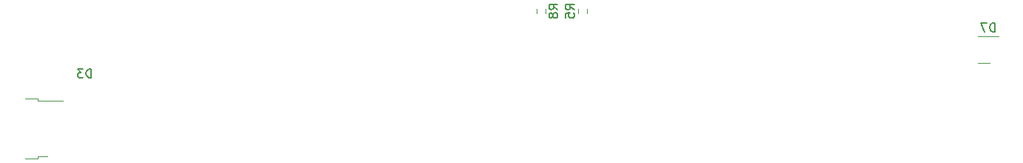
<source format=gbr>
%TF.GenerationSoftware,KiCad,Pcbnew,(6.0.1)*%
%TF.CreationDate,2022-11-29T11:39:49-05:00*%
%TF.ProjectId,rear-control-board,72656172-2d63-46f6-9e74-726f6c2d626f,rev?*%
%TF.SameCoordinates,Original*%
%TF.FileFunction,Legend,Bot*%
%TF.FilePolarity,Positive*%
%FSLAX46Y46*%
G04 Gerber Fmt 4.6, Leading zero omitted, Abs format (unit mm)*
G04 Created by KiCad (PCBNEW (6.0.1)) date 2022-11-29 11:39:49*
%MOMM*%
%LPD*%
G01*
G04 APERTURE LIST*
%ADD10C,0.150000*%
%ADD11C,0.120000*%
G04 APERTURE END LIST*
D10*
%TO.C,D3*%
X80148095Y-124952380D02*
X80148095Y-123952380D01*
X79910000Y-123952380D01*
X79767142Y-124000000D01*
X79671904Y-124095238D01*
X79624285Y-124190476D01*
X79576666Y-124380952D01*
X79576666Y-124523809D01*
X79624285Y-124714285D01*
X79671904Y-124809523D01*
X79767142Y-124904761D01*
X79910000Y-124952380D01*
X80148095Y-124952380D01*
X79243333Y-123952380D02*
X78624285Y-123952380D01*
X78957619Y-124333333D01*
X78814761Y-124333333D01*
X78719523Y-124380952D01*
X78671904Y-124428571D01*
X78624285Y-124523809D01*
X78624285Y-124761904D01*
X78671904Y-124857142D01*
X78719523Y-124904761D01*
X78814761Y-124952380D01*
X79100476Y-124952380D01*
X79195714Y-124904761D01*
X79243333Y-124857142D01*
%TO.C,R8*%
X133507380Y-117170833D02*
X133031190Y-116837500D01*
X133507380Y-116599404D02*
X132507380Y-116599404D01*
X132507380Y-116980357D01*
X132555000Y-117075595D01*
X132602619Y-117123214D01*
X132697857Y-117170833D01*
X132840714Y-117170833D01*
X132935952Y-117123214D01*
X132983571Y-117075595D01*
X133031190Y-116980357D01*
X133031190Y-116599404D01*
X132935952Y-117742261D02*
X132888333Y-117647023D01*
X132840714Y-117599404D01*
X132745476Y-117551785D01*
X132697857Y-117551785D01*
X132602619Y-117599404D01*
X132555000Y-117647023D01*
X132507380Y-117742261D01*
X132507380Y-117932738D01*
X132555000Y-118027976D01*
X132602619Y-118075595D01*
X132697857Y-118123214D01*
X132745476Y-118123214D01*
X132840714Y-118075595D01*
X132888333Y-118027976D01*
X132935952Y-117932738D01*
X132935952Y-117742261D01*
X132983571Y-117647023D01*
X133031190Y-117599404D01*
X133126428Y-117551785D01*
X133316904Y-117551785D01*
X133412142Y-117599404D01*
X133459761Y-117647023D01*
X133507380Y-117742261D01*
X133507380Y-117932738D01*
X133459761Y-118027976D01*
X133412142Y-118075595D01*
X133316904Y-118123214D01*
X133126428Y-118123214D01*
X133031190Y-118075595D01*
X132983571Y-118027976D01*
X132935952Y-117932738D01*
%TO.C,R5*%
X135397380Y-117170833D02*
X134921190Y-116837500D01*
X135397380Y-116599404D02*
X134397380Y-116599404D01*
X134397380Y-116980357D01*
X134445000Y-117075595D01*
X134492619Y-117123214D01*
X134587857Y-117170833D01*
X134730714Y-117170833D01*
X134825952Y-117123214D01*
X134873571Y-117075595D01*
X134921190Y-116980357D01*
X134921190Y-116599404D01*
X134397380Y-118075595D02*
X134397380Y-117599404D01*
X134873571Y-117551785D01*
X134825952Y-117599404D01*
X134778333Y-117694642D01*
X134778333Y-117932738D01*
X134825952Y-118027976D01*
X134873571Y-118075595D01*
X134968809Y-118123214D01*
X135206904Y-118123214D01*
X135302142Y-118075595D01*
X135349761Y-118027976D01*
X135397380Y-117932738D01*
X135397380Y-117694642D01*
X135349761Y-117599404D01*
X135302142Y-117551785D01*
%TO.C,D7*%
X183488095Y-119702380D02*
X183488095Y-118702380D01*
X183250000Y-118702380D01*
X183107142Y-118750000D01*
X183011904Y-118845238D01*
X182964285Y-118940476D01*
X182916666Y-119130952D01*
X182916666Y-119273809D01*
X182964285Y-119464285D01*
X183011904Y-119559523D01*
X183107142Y-119654761D01*
X183250000Y-119702380D01*
X183488095Y-119702380D01*
X182583333Y-118702380D02*
X181916666Y-118702380D01*
X182345238Y-119702380D01*
D11*
%TO.C,D3*%
X74070000Y-127300000D02*
X74070000Y-127570000D01*
X74070000Y-133930000D02*
X75170000Y-133930000D01*
X74070000Y-127570000D02*
X76900000Y-127570000D01*
X72570000Y-134200000D02*
X74070000Y-134200000D01*
X72570000Y-127300000D02*
X74070000Y-127300000D01*
X74070000Y-134200000D02*
X74070000Y-133930000D01*
%TO.C,R8*%
X132147500Y-117592224D02*
X132147500Y-117082776D01*
X131102500Y-117592224D02*
X131102500Y-117082776D01*
%TO.C,R5*%
X136897500Y-117082776D02*
X136897500Y-117592224D01*
X135852500Y-117082776D02*
X135852500Y-117592224D01*
%TO.C,D7*%
X182250000Y-123310000D02*
X181600000Y-123310000D01*
X182250000Y-123310000D02*
X182900000Y-123310000D01*
X182250000Y-120190000D02*
X183925000Y-120190000D01*
X182250000Y-120190000D02*
X181600000Y-120190000D01*
%TD*%
M02*

</source>
